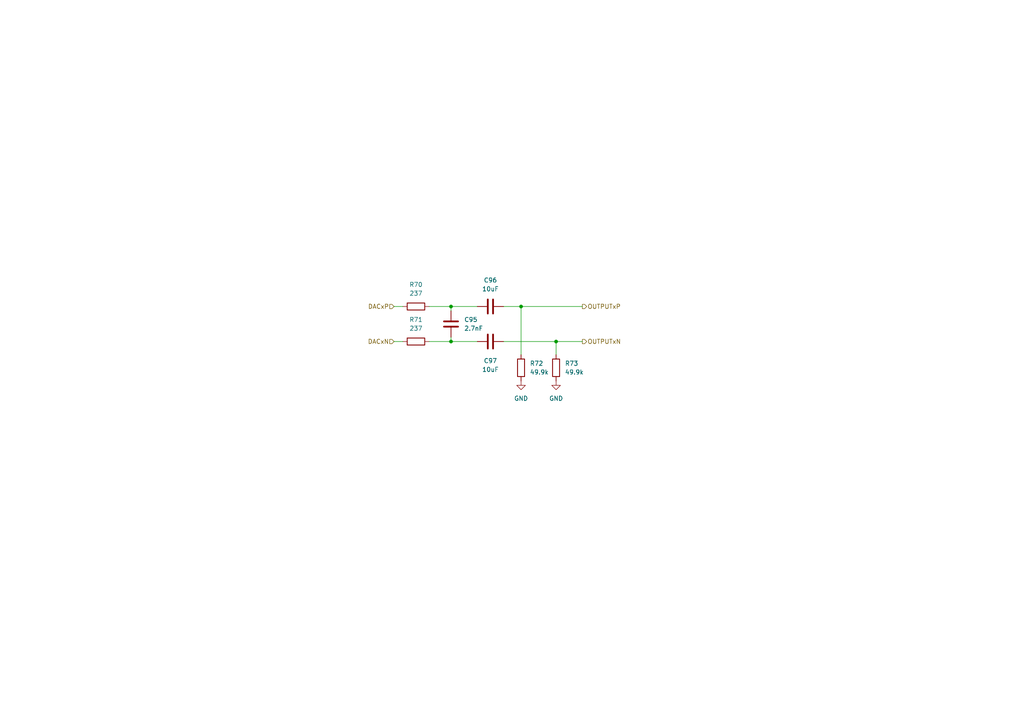
<source format=kicad_sch>
(kicad_sch (version 20231120) (generator "eeschema") (generator_version "8.0")
  (paper "A4")
  (lib_symbols
    (symbol "Device:C" (pin_numbers hide) (pin_names (offset 0.254))
      (property "Reference" "C" (at 0.635 2.54 0))
      (property "Value" "C" (at 0.635 -2.54 0))
      (symbol "C_0_1"
        (polyline (pts (xy -2.032 -0.762) (xy 2.032 -0.762)) (stroke (width 0.508)))
        (polyline (pts (xy -2.032 0.762) (xy 2.032 0.762)) (stroke (width 0.508)))
      )
      (symbol "C_1_1"
        (pin passive line (at 0 3.81 270) (length 2.794) (name "~") (number "1"))
        (pin passive line (at 0 -3.81 90) (length 2.794) (name "~") (number "2"))
      )
    )
    (symbol "Endstufe:C" (pin_numbers hide) (pin_names (offset 0.254))
      (property "Reference" "C" (at 0.635 2.54 0))
      (property "Value" "C" (at 0.635 -2.54 0))
      (symbol "C_0_1"
        (polyline (pts (xy -2.032 -0.762) (xy 2.032 -0.762)) (stroke (width 0.508)))
        (polyline (pts (xy -2.032 0.762) (xy 2.032 0.762)) (stroke (width 0.508)))
      )
      (symbol "C_1_1"
        (pin passive line (at 0 3.81 270) (length 2.794) (name "~") (number "1"))
        (pin passive line (at 0 -3.81 90) (length 2.794) (name "~") (number "2"))
      )
    )
    (symbol "Endstufe:GND" (power) (pin_names (offset 0))
      (property "Value" "GND" (at 0 -3.81 0))
      (symbol "GND_0_1"
        (polyline (pts (xy 0 0) (xy 0 -1.27) (xy 1.27 -1.27) (xy 0 -2.54) (xy -1.27 -1.27) (xy 0 -1.27)))
      )
      (symbol "GND_1_1"
        (pin power_in line (at 0 0 270) (length 0) hide (name "GND") (number "1"))
      )
    )
    (symbol "Endstufe:R" (pin_numbers hide) (pin_names (offset 0))
      (property "Reference" "R" (at 2.032 0 90))
      (property "Value" "R" (at 0 0 90))
      (symbol "R_0_1"
        (rectangle (start -1.016 -2.54) (end 1.016 2.54) (stroke (width 0.254)))
      )
      (symbol "R_1_1"
        (pin passive line (at 0 3.81 270) (length 1.27) (name "~") (number "1"))
        (pin passive line (at 0 -3.81 90) (length 1.27) (name "~") (number "2"))
      )
    )
  )
  (junction (at 130.81 99.06))
  (junction (at 130.81 88.9))
  (junction (at 161.29 99.06))
  (junction (at 151.13 88.9))
  (wire (pts (xy 146.05 99.06) (xy 161.29 99.06)))
  (wire (pts (xy 151.13 88.9) (xy 151.13 102.87)))
  (wire (pts (xy 151.13 88.9) (xy 168.91 88.9)))
  (wire (pts (xy 161.29 99.06) (xy 168.91 99.06)))
  (wire (pts (xy 146.05 88.9) (xy 151.13 88.9)))
  (wire (pts (xy 130.81 99.06) (xy 130.81 97.79)))
  (wire (pts (xy 130.81 99.06) (xy 138.43 99.06)))
  (wire (pts (xy 116.84 88.9) (xy 114.3 88.9)))
  (wire (pts (xy 124.46 88.9) (xy 130.81 88.9)))
  (wire (pts (xy 114.3 99.06) (xy 116.84 99.06)))
  (wire (pts (xy 130.81 88.9) (xy 130.81 90.17)))
  (wire (pts (xy 124.46 99.06) (xy 130.81 99.06)))
  (wire (pts (xy 161.29 99.06) (xy 161.29 102.87)))
  (wire (pts (xy 130.81 88.9) (xy 138.43 88.9)))
  (hierarchical_label "OUTPUTxN" (shape output) (at 168.91 99.06 0))
  (hierarchical_label "DACxN" (shape input) (at 114.3 99.06 180))
  (hierarchical_label "DACxP" (shape input) (at 114.3 88.9 180))
  (hierarchical_label "OUTPUTxP" (shape output) (at 168.91 88.9 0))
  (symbol (lib_id "Endstufe:C") (at 142.24 88.9 90) (unit 1)
    (property "Reference" "C96" (at 142.24 81.28 90))
    (property "Value" "10uF" (at 142.24 83.82 90))
    (property "Footprint" "Endstufe:C_0805_2012Metric" (effects (hide yes)))
    (property "LCSC Part #" "C440198" (effects (hide yes)))
    (instances (project "ControlBoard" (path "" (reference "C96") (unit 1)) (path "" (reference "C63") (unit 1)) (path "" (reference "C72") (unit 1)) (path "" (reference "C93") (unit 1)) (path "" (reference "C84") (unit 1)) (path "" (reference "C75") (unit 1)) (path "" (reference "C78") (unit 1)) (path "" (reference "C69") (unit 1)) (path "" (reference "C81") (unit 1)) (path "" (reference "C87") (unit 1)) (path "" (reference "C90") (unit 1)) (path "" (reference "C66") (unit 1))))
  )
  (symbol (lib_id "Endstufe:R") (at 120.65 99.06 90) (unit 1)
    (property "Reference" "R71" (at 120.65 92.71 90))
    (property "Value" "237" (at 120.65 95.25 90))
    (property "Footprint" "Endstufe:R_0402_1005Metric" (effects (hide yes)))
    (property "Description" "Resistor" (effects (hide yes)))
    (property "LCSC" "C2079916" (effects (hide yes)))
    (instances (project "ControlBoard" (path "" (reference "R71") (unit 1)) (path "" (reference "R27") (unit 1)) (path "" (reference "R39") (unit 1)) (path "" (reference "R67") (unit 1)) (path "" (reference "R55") (unit 1)) (path "" (reference "R43") (unit 1)) (path "" (reference "R47") (unit 1)) (path "" (reference "R35") (unit 1)) (path "" (reference "R51") (unit 1)) (path "" (reference "R59") (unit 1)) (path "" (reference "R63") (unit 1)) (path "" (reference "R31") (unit 1))))
  )
  (symbol (lib_id "Endstufe:GND") (at 161.29 110.49 0) (unit 1)
    (property "Reference" "#PWR0136" (effects (hide yes)))
    (property "Value" "GND" (at 161.29 115.57 0))
    (property "Description" "Power symbol creates a global label with name \"GND\" , ground" (effects (hide yes)))
    (instances (project "ControlBoard" (path "" (reference "#PWR0136") (unit 1)) (path "" (reference "#PWR0114") (unit 1)) (path "" (reference "#PWR0120") (unit 1)) (path "" (reference "#PWR0134") (unit 1)) (path "" (reference "#PWR0128") (unit 1)) (path "" (reference "#PWR0122") (unit 1)) (path "" (reference "#PWR0124") (unit 1)) (path "" (reference "#PWR0118") (unit 1)) (path "" (reference "#PWR0126") (unit 1)) (path "" (reference "#PWR0130") (unit 1)) (path "" (reference "#PWR0132") (unit 1)) (path "" (reference "#PWR0116") (unit 1))))
  )
  (symbol (lib_id "Endstufe:C") (at 142.24 99.06 270) (unit 1)
    (property "Reference" "C97" (at 142.24 104.648 90))
    (property "Value" "10uF" (at 142.24 107.188 90))
    (property "Footprint" "Endstufe:C_0805_2012Metric" (effects (hide yes)))
    (property "LCSC Part #" "C440198" (effects (hide yes)))
    (instances (project "ControlBoard" (path "" (reference "C97") (unit 1)) (path "" (reference "C64") (unit 1)) (path "" (reference "C73") (unit 1)) (path "" (reference "C94") (unit 1)) (path "" (reference "C85") (unit 1)) (path "" (reference "C76") (unit 1)) (path "" (reference "C79") (unit 1)) (path "" (reference "C70") (unit 1)) (path "" (reference "C82") (unit 1)) (path "" (reference "C88") (unit 1)) (path "" (reference "C91") (unit 1)) (path "" (reference "C67") (unit 1))))
  )
  (symbol (lib_id "Endstufe:R") (at 120.65 88.9 90) (unit 1)
    (property "Reference" "R70" (at 120.65 82.55 90))
    (property "Value" "237" (at 120.65 85.09 90))
    (property "Footprint" "Endstufe:R_0402_1005Metric" (effects (hide yes)))
    (property "Description" "Resistor" (effects (hide yes)))
    (property "LCSC" "C2079916" (effects (hide yes)))
    (instances (project "ControlBoard" (path "" (reference "R70") (unit 1)) (path "" (reference "R26") (unit 1)) (path "" (reference "R38") (unit 1)) (path "" (reference "R66") (unit 1)) (path "" (reference "R54") (unit 1)) (path "" (reference "R42") (unit 1)) (path "" (reference "R46") (unit 1)) (path "" (reference "R34") (unit 1)) (path "" (reference "R50") (unit 1)) (path "" (reference "R58") (unit 1)) (path "" (reference "R62") (unit 1)) (path "" (reference "R30") (unit 1))))
  )
  (symbol (lib_id "Endstufe:R") (at 161.29 106.68 0) (unit 1)
    (property "Reference" "R73" (at 163.83 105.4099 0) (effects (justify left)))
    (property "Value" "49.9k" (at 163.83 107.9499 0) (effects (justify left)))
    (property "Footprint" "Endstufe:R_0402_1005Metric" (effects (hide yes)))
    (property "Description" "Resistor" (effects (hide yes)))
    (property "LCSC" "C854344" (effects (hide yes)))
    (instances (project "ControlBoard" (path "" (reference "R73") (unit 1)) (path "" (reference "R29") (unit 1)) (path "" (reference "R41") (unit 1)) (path "" (reference "R69") (unit 1)) (path "" (reference "R57") (unit 1)) (path "" (reference "R45") (unit 1)) (path "" (reference "R49") (unit 1)) (path "" (reference "R37") (unit 1)) (path "" (reference "R53") (unit 1)) (path "" (reference "R61") (unit 1)) (path "" (reference "R65") (unit 1)) (path "" (reference "R33") (unit 1))))
  )
  (symbol (lib_id "Endstufe:R") (at 151.13 106.68 0) (unit 1)
    (property "Reference" "R72" (at 153.67 105.4099 0) (effects (justify left)))
    (property "Value" "49.9k" (at 153.67 107.9499 0) (effects (justify left)))
    (property "Footprint" "Endstufe:R_0402_1005Metric" (effects (hide yes)))
    (property "Description" "Resistor" (effects (hide yes)))
    (property "LCSC" "C854344" (effects (hide yes)))
    (instances (project "ControlBoard" (path "" (reference "R72") (unit 1)) (path "" (reference "R28") (unit 1)) (path "" (reference "R40") (unit 1)) (path "" (reference "R68") (unit 1)) (path "" (reference "R56") (unit 1)) (path "" (reference "R44") (unit 1)) (path "" (reference "R48") (unit 1)) (path "" (reference "R36") (unit 1)) (path "" (reference "R52") (unit 1)) (path "" (reference "R60") (unit 1)) (path "" (reference "R64") (unit 1)) (path "" (reference "R32") (unit 1))))
  )
  (symbol (lib_id "Endstufe:GND") (at 151.13 110.49 0) (unit 1)
    (property "Reference" "#PWR0135" (effects (hide yes)))
    (property "Value" "GND" (at 151.13 115.57 0))
    (property "Description" "Power symbol creates a global label with name \"GND\" , ground" (effects (hide yes)))
    (instances (project "ControlBoard" (path "" (reference "#PWR0135") (unit 1)) (path "" (reference "#PWR0113") (unit 1)) (path "" (reference "#PWR0119") (unit 1)) (path "" (reference "#PWR0133") (unit 1)) (path "" (reference "#PWR0127") (unit 1)) (path "" (reference "#PWR0121") (unit 1)) (path "" (reference "#PWR0123") (unit 1)) (path "" (reference "#PWR0117") (unit 1)) (path "" (reference "#PWR0125") (unit 1)) (path "" (reference "#PWR0129") (unit 1)) (path "" (reference "#PWR0131") (unit 1)) (path "" (reference "#PWR0115") (unit 1))))
  )
  (symbol (lib_id "Device:C") (at 130.81 93.98 180) (unit 1)
    (property "Reference" "C95" (at 134.62 92.7099 0) (effects (justify right)))
    (property "Value" "2.7nF" (at 134.62 95.2499 0) (effects (justify right)))
    (property "Footprint" "Endstufe:C_0402_1005Metric" (effects (hide yes)))
    (property "Description" "Unpolarized capacitor" (effects (hide yes)))
    (property "LCSC" "C525230" (effects (hide yes)))
    (instances (project "ControlBoard" (path "" (reference "C95") (unit 1)) (path "" (reference "C62") (unit 1)) (path "" (reference "C71") (unit 1)) (path "" (reference "C92") (unit 1)) (path "" (reference "C83") (unit 1)) (path "" (reference "C74") (unit 1)) (path "" (reference "C77") (unit 1)) (path "" (reference "C68") (unit 1)) (path "" (reference "C80") (unit 1)) (path "" (reference "C86") (unit 1)) (path "" (reference "C89") (unit 1)) (path "" (reference "C65") (unit 1))))
  )
)
</source>
